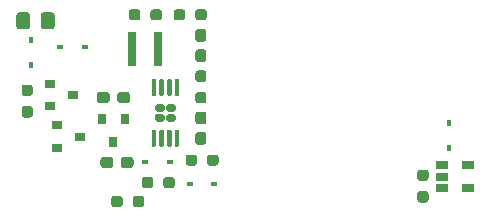
<source format=gbr>
%TF.GenerationSoftware,KiCad,Pcbnew,5.1.9+dfsg1-1*%
%TF.CreationDate,2021-06-24T19:32:38+02:00*%
%TF.ProjectId,pcb,7063622e-6b69-4636-9164-5f7063625858,rev?*%
%TF.SameCoordinates,Original*%
%TF.FileFunction,Paste,Top*%
%TF.FilePolarity,Positive*%
%FSLAX46Y46*%
G04 Gerber Fmt 4.6, Leading zero omitted, Abs format (unit mm)*
G04 Created by KiCad (PCBNEW 5.1.9+dfsg1-1) date 2021-06-24 19:32:38*
%MOMM*%
%LPD*%
G01*
G04 APERTURE LIST*
%ADD10R,0.450000X0.600000*%
%ADD11R,0.600000X0.450000*%
%ADD12R,0.800000X0.900000*%
%ADD13R,0.800000X2.900000*%
%ADD14R,0.900000X0.800000*%
%ADD15R,1.060000X0.650000*%
G04 APERTURE END LIST*
D10*
%TO.C,D6*%
X183250000Y-131450000D03*
X183250000Y-133550000D03*
%TD*%
%TO.C,U1*%
G36*
G01*
X158325000Y-133475000D02*
X158125000Y-133475000D01*
G75*
G02*
X158025000Y-133375000I0J100000D01*
G01*
X158025000Y-132125000D01*
G75*
G02*
X158125000Y-132025000I100000J0D01*
G01*
X158325000Y-132025000D01*
G75*
G02*
X158425000Y-132125000I0J-100000D01*
G01*
X158425000Y-133375000D01*
G75*
G02*
X158325000Y-133475000I-100000J0D01*
G01*
G37*
G36*
G01*
X158975000Y-133475000D02*
X158775000Y-133475000D01*
G75*
G02*
X158675000Y-133375000I0J100000D01*
G01*
X158675000Y-132125000D01*
G75*
G02*
X158775000Y-132025000I100000J0D01*
G01*
X158975000Y-132025000D01*
G75*
G02*
X159075000Y-132125000I0J-100000D01*
G01*
X159075000Y-133375000D01*
G75*
G02*
X158975000Y-133475000I-100000J0D01*
G01*
G37*
G36*
G01*
X159625000Y-133475000D02*
X159425000Y-133475000D01*
G75*
G02*
X159325000Y-133375000I0J100000D01*
G01*
X159325000Y-132125000D01*
G75*
G02*
X159425000Y-132025000I100000J0D01*
G01*
X159625000Y-132025000D01*
G75*
G02*
X159725000Y-132125000I0J-100000D01*
G01*
X159725000Y-133375000D01*
G75*
G02*
X159625000Y-133475000I-100000J0D01*
G01*
G37*
G36*
G01*
X160275000Y-133475000D02*
X160075000Y-133475000D01*
G75*
G02*
X159975000Y-133375000I0J100000D01*
G01*
X159975000Y-132125000D01*
G75*
G02*
X160075000Y-132025000I100000J0D01*
G01*
X160275000Y-132025000D01*
G75*
G02*
X160375000Y-132125000I0J-100000D01*
G01*
X160375000Y-133375000D01*
G75*
G02*
X160275000Y-133475000I-100000J0D01*
G01*
G37*
G36*
G01*
X160275000Y-129175000D02*
X160075000Y-129175000D01*
G75*
G02*
X159975000Y-129075000I0J100000D01*
G01*
X159975000Y-127825000D01*
G75*
G02*
X160075000Y-127725000I100000J0D01*
G01*
X160275000Y-127725000D01*
G75*
G02*
X160375000Y-127825000I0J-100000D01*
G01*
X160375000Y-129075000D01*
G75*
G02*
X160275000Y-129175000I-100000J0D01*
G01*
G37*
G36*
G01*
X159625000Y-129175000D02*
X159425000Y-129175000D01*
G75*
G02*
X159325000Y-129075000I0J100000D01*
G01*
X159325000Y-127825000D01*
G75*
G02*
X159425000Y-127725000I100000J0D01*
G01*
X159625000Y-127725000D01*
G75*
G02*
X159725000Y-127825000I0J-100000D01*
G01*
X159725000Y-129075000D01*
G75*
G02*
X159625000Y-129175000I-100000J0D01*
G01*
G37*
G36*
G01*
X158975000Y-129175000D02*
X158775000Y-129175000D01*
G75*
G02*
X158675000Y-129075000I0J100000D01*
G01*
X158675000Y-127825000D01*
G75*
G02*
X158775000Y-127725000I100000J0D01*
G01*
X158975000Y-127725000D01*
G75*
G02*
X159075000Y-127825000I0J-100000D01*
G01*
X159075000Y-129075000D01*
G75*
G02*
X158975000Y-129175000I-100000J0D01*
G01*
G37*
G36*
G01*
X158325000Y-129175000D02*
X158125000Y-129175000D01*
G75*
G02*
X158025000Y-129075000I0J100000D01*
G01*
X158025000Y-127825000D01*
G75*
G02*
X158125000Y-127725000I100000J0D01*
G01*
X158325000Y-127725000D01*
G75*
G02*
X158425000Y-127825000I0J-100000D01*
G01*
X158425000Y-129075000D01*
G75*
G02*
X158325000Y-129175000I-100000J0D01*
G01*
G37*
G36*
G01*
X158950000Y-131370000D02*
X158510000Y-131370000D01*
G75*
G02*
X158335000Y-131195000I0J175000D01*
G01*
X158335000Y-130845000D01*
G75*
G02*
X158510000Y-130670000I175000J0D01*
G01*
X158950000Y-130670000D01*
G75*
G02*
X159125000Y-130845000I0J-175000D01*
G01*
X159125000Y-131195000D01*
G75*
G02*
X158950000Y-131370000I-175000J0D01*
G01*
G37*
G36*
G01*
X159890000Y-131370000D02*
X159450000Y-131370000D01*
G75*
G02*
X159275000Y-131195000I0J175000D01*
G01*
X159275000Y-130845000D01*
G75*
G02*
X159450000Y-130670000I175000J0D01*
G01*
X159890000Y-130670000D01*
G75*
G02*
X160065000Y-130845000I0J-175000D01*
G01*
X160065000Y-131195000D01*
G75*
G02*
X159890000Y-131370000I-175000J0D01*
G01*
G37*
G36*
G01*
X158950000Y-130530000D02*
X158510000Y-130530000D01*
G75*
G02*
X158335000Y-130355000I0J175000D01*
G01*
X158335000Y-130005000D01*
G75*
G02*
X158510000Y-129830000I175000J0D01*
G01*
X158950000Y-129830000D01*
G75*
G02*
X159125000Y-130005000I0J-175000D01*
G01*
X159125000Y-130355000D01*
G75*
G02*
X158950000Y-130530000I-175000J0D01*
G01*
G37*
G36*
G01*
X159890000Y-130530000D02*
X159450000Y-130530000D01*
G75*
G02*
X159275000Y-130355000I0J175000D01*
G01*
X159275000Y-130005000D01*
G75*
G02*
X159450000Y-129830000I175000J0D01*
G01*
X159890000Y-129830000D01*
G75*
G02*
X160065000Y-130005000I0J-175000D01*
G01*
X160065000Y-130355000D01*
G75*
G02*
X159890000Y-130530000I-175000J0D01*
G01*
G37*
%TD*%
D11*
%TO.C,D2*%
X150250000Y-125000000D03*
X152350000Y-125000000D03*
%TD*%
D12*
%TO.C,D3*%
X155750000Y-131100000D03*
X153850000Y-131100000D03*
X154800000Y-133100000D03*
%TD*%
%TO.C,C1*%
G36*
G01*
X149825000Y-122325000D02*
X149825000Y-123275000D01*
G75*
G02*
X149575000Y-123525000I-250000J0D01*
G01*
X148900000Y-123525000D01*
G75*
G02*
X148650000Y-123275000I0J250000D01*
G01*
X148650000Y-122325000D01*
G75*
G02*
X148900000Y-122075000I250000J0D01*
G01*
X149575000Y-122075000D01*
G75*
G02*
X149825000Y-122325000I0J-250000D01*
G01*
G37*
G36*
G01*
X147750000Y-122325000D02*
X147750000Y-123275000D01*
G75*
G02*
X147500000Y-123525000I-250000J0D01*
G01*
X146825000Y-123525000D01*
G75*
G02*
X146575000Y-123275000I0J250000D01*
G01*
X146575000Y-122325000D01*
G75*
G02*
X146825000Y-122075000I250000J0D01*
G01*
X147500000Y-122075000D01*
G75*
G02*
X147750000Y-122325000I0J-250000D01*
G01*
G37*
%TD*%
%TO.C,C2*%
G36*
G01*
X162437500Y-124575000D02*
X161962500Y-124575000D01*
G75*
G02*
X161725000Y-124337500I0J237500D01*
G01*
X161725000Y-123737500D01*
G75*
G02*
X161962500Y-123500000I237500J0D01*
G01*
X162437500Y-123500000D01*
G75*
G02*
X162675000Y-123737500I0J-237500D01*
G01*
X162675000Y-124337500D01*
G75*
G02*
X162437500Y-124575000I-237500J0D01*
G01*
G37*
G36*
G01*
X162437500Y-126300000D02*
X161962500Y-126300000D01*
G75*
G02*
X161725000Y-126062500I0J237500D01*
G01*
X161725000Y-125462500D01*
G75*
G02*
X161962500Y-125225000I237500J0D01*
G01*
X162437500Y-125225000D01*
G75*
G02*
X162675000Y-125462500I0J-237500D01*
G01*
X162675000Y-126062500D01*
G75*
G02*
X162437500Y-126300000I-237500J0D01*
G01*
G37*
%TD*%
%TO.C,C4*%
G36*
G01*
X156500000Y-134562500D02*
X156500000Y-135037500D01*
G75*
G02*
X156262500Y-135275000I-237500J0D01*
G01*
X155662500Y-135275000D01*
G75*
G02*
X155425000Y-135037500I0J237500D01*
G01*
X155425000Y-134562500D01*
G75*
G02*
X155662500Y-134325000I237500J0D01*
G01*
X156262500Y-134325000D01*
G75*
G02*
X156500000Y-134562500I0J-237500D01*
G01*
G37*
G36*
G01*
X154775000Y-134562500D02*
X154775000Y-135037500D01*
G75*
G02*
X154537500Y-135275000I-237500J0D01*
G01*
X153937500Y-135275000D01*
G75*
G02*
X153700000Y-135037500I0J237500D01*
G01*
X153700000Y-134562500D01*
G75*
G02*
X153937500Y-134325000I237500J0D01*
G01*
X154537500Y-134325000D01*
G75*
G02*
X154775000Y-134562500I0J-237500D01*
G01*
G37*
%TD*%
%TO.C,C5*%
G36*
G01*
X155125000Y-129537500D02*
X155125000Y-129062500D01*
G75*
G02*
X155362500Y-128825000I237500J0D01*
G01*
X155962500Y-128825000D01*
G75*
G02*
X156200000Y-129062500I0J-237500D01*
G01*
X156200000Y-129537500D01*
G75*
G02*
X155962500Y-129775000I-237500J0D01*
G01*
X155362500Y-129775000D01*
G75*
G02*
X155125000Y-129537500I0J237500D01*
G01*
G37*
G36*
G01*
X153400000Y-129537500D02*
X153400000Y-129062500D01*
G75*
G02*
X153637500Y-128825000I237500J0D01*
G01*
X154237500Y-128825000D01*
G75*
G02*
X154475000Y-129062500I0J-237500D01*
G01*
X154475000Y-129537500D01*
G75*
G02*
X154237500Y-129775000I-237500J0D01*
G01*
X153637500Y-129775000D01*
G75*
G02*
X153400000Y-129537500I0J237500D01*
G01*
G37*
%TD*%
%TO.C,C6*%
G36*
G01*
X162437500Y-133300000D02*
X161962500Y-133300000D01*
G75*
G02*
X161725000Y-133062500I0J237500D01*
G01*
X161725000Y-132462500D01*
G75*
G02*
X161962500Y-132225000I237500J0D01*
G01*
X162437500Y-132225000D01*
G75*
G02*
X162675000Y-132462500I0J-237500D01*
G01*
X162675000Y-133062500D01*
G75*
G02*
X162437500Y-133300000I-237500J0D01*
G01*
G37*
G36*
G01*
X162437500Y-131575000D02*
X161962500Y-131575000D01*
G75*
G02*
X161725000Y-131337500I0J237500D01*
G01*
X161725000Y-130737500D01*
G75*
G02*
X161962500Y-130500000I237500J0D01*
G01*
X162437500Y-130500000D01*
G75*
G02*
X162675000Y-130737500I0J-237500D01*
G01*
X162675000Y-131337500D01*
G75*
G02*
X162437500Y-131575000I-237500J0D01*
G01*
G37*
%TD*%
D10*
%TO.C,D1*%
X147800000Y-124450000D03*
X147800000Y-126550000D03*
%TD*%
D11*
%TO.C,D4*%
X161250000Y-136600000D03*
X163350000Y-136600000D03*
%TD*%
D13*
%TO.C,L1*%
X156400000Y-125200000D03*
X158600000Y-125200000D03*
%TD*%
D14*
%TO.C,Q1*%
X149400000Y-128150000D03*
X149400000Y-130050000D03*
X151400000Y-129100000D03*
%TD*%
%TO.C,R1*%
G36*
G01*
X162437500Y-127975000D02*
X161962500Y-127975000D01*
G75*
G02*
X161725000Y-127737500I0J237500D01*
G01*
X161725000Y-127237500D01*
G75*
G02*
X161962500Y-127000000I237500J0D01*
G01*
X162437500Y-127000000D01*
G75*
G02*
X162675000Y-127237500I0J-237500D01*
G01*
X162675000Y-127737500D01*
G75*
G02*
X162437500Y-127975000I-237500J0D01*
G01*
G37*
G36*
G01*
X162437500Y-129800000D02*
X161962500Y-129800000D01*
G75*
G02*
X161725000Y-129562500I0J237500D01*
G01*
X161725000Y-129062500D01*
G75*
G02*
X161962500Y-128825000I237500J0D01*
G01*
X162437500Y-128825000D01*
G75*
G02*
X162675000Y-129062500I0J-237500D01*
G01*
X162675000Y-129562500D01*
G75*
G02*
X162437500Y-129800000I-237500J0D01*
G01*
G37*
%TD*%
%TO.C,R3*%
G36*
G01*
X147262500Y-128200000D02*
X147737500Y-128200000D01*
G75*
G02*
X147975000Y-128437500I0J-237500D01*
G01*
X147975000Y-128937500D01*
G75*
G02*
X147737500Y-129175000I-237500J0D01*
G01*
X147262500Y-129175000D01*
G75*
G02*
X147025000Y-128937500I0J237500D01*
G01*
X147025000Y-128437500D01*
G75*
G02*
X147262500Y-128200000I237500J0D01*
G01*
G37*
G36*
G01*
X147262500Y-130025000D02*
X147737500Y-130025000D01*
G75*
G02*
X147975000Y-130262500I0J-237500D01*
G01*
X147975000Y-130762500D01*
G75*
G02*
X147737500Y-131000000I-237500J0D01*
G01*
X147262500Y-131000000D01*
G75*
G02*
X147025000Y-130762500I0J237500D01*
G01*
X147025000Y-130262500D01*
G75*
G02*
X147262500Y-130025000I237500J0D01*
G01*
G37*
%TD*%
%TO.C,R5*%
G36*
G01*
X157200000Y-136737500D02*
X157200000Y-136262500D01*
G75*
G02*
X157437500Y-136025000I237500J0D01*
G01*
X157937500Y-136025000D01*
G75*
G02*
X158175000Y-136262500I0J-237500D01*
G01*
X158175000Y-136737500D01*
G75*
G02*
X157937500Y-136975000I-237500J0D01*
G01*
X157437500Y-136975000D01*
G75*
G02*
X157200000Y-136737500I0J237500D01*
G01*
G37*
G36*
G01*
X159025000Y-136737500D02*
X159025000Y-136262500D01*
G75*
G02*
X159262500Y-136025000I237500J0D01*
G01*
X159762500Y-136025000D01*
G75*
G02*
X160000000Y-136262500I0J-237500D01*
G01*
X160000000Y-136737500D01*
G75*
G02*
X159762500Y-136975000I-237500J0D01*
G01*
X159262500Y-136975000D01*
G75*
G02*
X159025000Y-136737500I0J237500D01*
G01*
G37*
%TD*%
%TO.C,R7*%
G36*
G01*
X160900000Y-134837500D02*
X160900000Y-134362500D01*
G75*
G02*
X161137500Y-134125000I237500J0D01*
G01*
X161637500Y-134125000D01*
G75*
G02*
X161875000Y-134362500I0J-237500D01*
G01*
X161875000Y-134837500D01*
G75*
G02*
X161637500Y-135075000I-237500J0D01*
G01*
X161137500Y-135075000D01*
G75*
G02*
X160900000Y-134837500I0J237500D01*
G01*
G37*
G36*
G01*
X162725000Y-134837500D02*
X162725000Y-134362500D01*
G75*
G02*
X162962500Y-134125000I237500J0D01*
G01*
X163462500Y-134125000D01*
G75*
G02*
X163700000Y-134362500I0J-237500D01*
G01*
X163700000Y-134837500D01*
G75*
G02*
X163462500Y-135075000I-237500J0D01*
G01*
X162962500Y-135075000D01*
G75*
G02*
X162725000Y-134837500I0J237500D01*
G01*
G37*
%TD*%
%TO.C,R8*%
G36*
G01*
X156100000Y-122537500D02*
X156100000Y-122062500D01*
G75*
G02*
X156337500Y-121825000I237500J0D01*
G01*
X156837500Y-121825000D01*
G75*
G02*
X157075000Y-122062500I0J-237500D01*
G01*
X157075000Y-122537500D01*
G75*
G02*
X156837500Y-122775000I-237500J0D01*
G01*
X156337500Y-122775000D01*
G75*
G02*
X156100000Y-122537500I0J237500D01*
G01*
G37*
G36*
G01*
X157925000Y-122537500D02*
X157925000Y-122062500D01*
G75*
G02*
X158162500Y-121825000I237500J0D01*
G01*
X158662500Y-121825000D01*
G75*
G02*
X158900000Y-122062500I0J-237500D01*
G01*
X158900000Y-122537500D01*
G75*
G02*
X158662500Y-122775000I-237500J0D01*
G01*
X158162500Y-122775000D01*
G75*
G02*
X157925000Y-122537500I0J237500D01*
G01*
G37*
%TD*%
%TO.C,R9*%
G36*
G01*
X161725000Y-122537500D02*
X161725000Y-122062500D01*
G75*
G02*
X161962500Y-121825000I237500J0D01*
G01*
X162462500Y-121825000D01*
G75*
G02*
X162700000Y-122062500I0J-237500D01*
G01*
X162700000Y-122537500D01*
G75*
G02*
X162462500Y-122775000I-237500J0D01*
G01*
X161962500Y-122775000D01*
G75*
G02*
X161725000Y-122537500I0J237500D01*
G01*
G37*
G36*
G01*
X159900000Y-122537500D02*
X159900000Y-122062500D01*
G75*
G02*
X160137500Y-121825000I237500J0D01*
G01*
X160637500Y-121825000D01*
G75*
G02*
X160875000Y-122062500I0J-237500D01*
G01*
X160875000Y-122537500D01*
G75*
G02*
X160637500Y-122775000I-237500J0D01*
G01*
X160137500Y-122775000D01*
G75*
G02*
X159900000Y-122537500I0J237500D01*
G01*
G37*
%TD*%
D11*
%TO.C,D5*%
X157450000Y-134750000D03*
X159550000Y-134750000D03*
%TD*%
D15*
%TO.C,U2*%
X182650000Y-135050000D03*
X182650000Y-136000000D03*
X182650000Y-136950000D03*
X184850000Y-136950000D03*
X184850000Y-135050000D03*
%TD*%
D14*
%TO.C,D7*%
X150000000Y-131650000D03*
X150000000Y-133550000D03*
X152000000Y-132600000D03*
%TD*%
%TO.C,R2*%
G36*
G01*
X154600000Y-138337500D02*
X154600000Y-137862500D01*
G75*
G02*
X154837500Y-137625000I237500J0D01*
G01*
X155337500Y-137625000D01*
G75*
G02*
X155575000Y-137862500I0J-237500D01*
G01*
X155575000Y-138337500D01*
G75*
G02*
X155337500Y-138575000I-237500J0D01*
G01*
X154837500Y-138575000D01*
G75*
G02*
X154600000Y-138337500I0J237500D01*
G01*
G37*
G36*
G01*
X156425000Y-138337500D02*
X156425000Y-137862500D01*
G75*
G02*
X156662500Y-137625000I237500J0D01*
G01*
X157162500Y-137625000D01*
G75*
G02*
X157400000Y-137862500I0J-237500D01*
G01*
X157400000Y-138337500D01*
G75*
G02*
X157162500Y-138575000I-237500J0D01*
G01*
X156662500Y-138575000D01*
G75*
G02*
X156425000Y-138337500I0J237500D01*
G01*
G37*
%TD*%
%TO.C,R4*%
G36*
G01*
X181237500Y-136375000D02*
X180762500Y-136375000D01*
G75*
G02*
X180525000Y-136137500I0J237500D01*
G01*
X180525000Y-135637500D01*
G75*
G02*
X180762500Y-135400000I237500J0D01*
G01*
X181237500Y-135400000D01*
G75*
G02*
X181475000Y-135637500I0J-237500D01*
G01*
X181475000Y-136137500D01*
G75*
G02*
X181237500Y-136375000I-237500J0D01*
G01*
G37*
G36*
G01*
X181237500Y-138200000D02*
X180762500Y-138200000D01*
G75*
G02*
X180525000Y-137962500I0J237500D01*
G01*
X180525000Y-137462500D01*
G75*
G02*
X180762500Y-137225000I237500J0D01*
G01*
X181237500Y-137225000D01*
G75*
G02*
X181475000Y-137462500I0J-237500D01*
G01*
X181475000Y-137962500D01*
G75*
G02*
X181237500Y-138200000I-237500J0D01*
G01*
G37*
%TD*%
M02*

</source>
